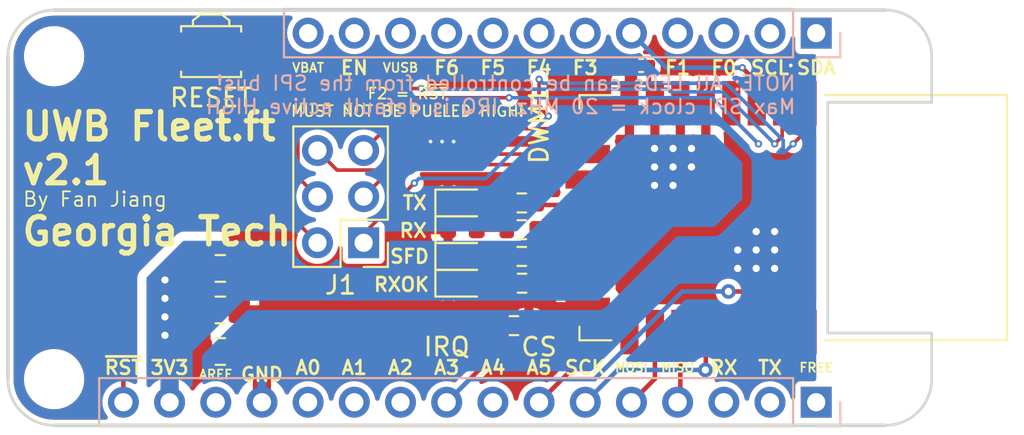
<source format=kicad_pcb>
(kicad_pcb (version 20211014) (generator pcbnew)
  (layers (0 "F.Cu" signal) (31 "B.Cu" signal) (34 "B.Paste" user) (35 "F.Paste" user) (36 "B.SilkS" user "B.Silkscreen") (37 "F.SilkS" user "F.Silkscreen") (38 "B.Mask" user) (39 "F.Mask" user) (44 "Edge.Cuts" user))
  (net 0 "")
  (net 1 "/FREE")
  (net 2 "/TX")
  (net 3 "/RX")
  (net 4 "/MISO")
  (net 5 "/MOSI")
  (net 6 "/SCK")
  (net 7 "/A5")
  (net 8 "/A4")
  (net 9 "/A3")
  (net 10 "/A2")
  (net 11 "/A1")
  (net 12 "/A0")
  (net 13 "GND")
  (net 14 "/AREF")
  (net 15 "+3V3")
  (net 16 "/~{RST}")
  (net 17 "/SDA")
  (net 18 "/SCL")
  (net 19 "/F0")
  (net 20 "/F1")
  (net 21 "/F2")
  (net 22 "/F3")
  (net 23 "/F4")
  (net 24 "/F5")
  (net 25 "/F6")
  (net 26 "/VUSB")
  (net 27 "/EN")
  (net 28 "/VBAT")
  (net 29 "/UWB_EXTON")
  (net 30 "/UWB_WAKEUP")
  (net 31 "/UWB_GPIO7")
  (net 32 "/UWB_GPIO6")
  (net 33 "/UWB_GPIO5")
  (net 34 "/UWB_GPIO4")
  (net 35 "Net-(D1-Pad2)")
  (net 36 "Net-(D2-Pad2)")
  (net 37 "Net-(D3-Pad2)")
  (net 38 "Net-(D4-Pad2)")
  (net 39 "/RXOKLED")
  (net 40 "/SFDLED")
  (net 41 "/RXLED")
  (net 42 "/TXLED")
  (footprint "MountingHole:MountingHole_2.7mm_M2.5" (layer "F.Cu") (at 27.94 27.94)
    (fp_text reference "REF**" hide)
    (fp_text value "MountingHole_2.7mm_M2.5" hide)
    (pad "" np_thru_hole circle locked (at 0 0) (size 2.7 2.7) (drill 2.7) (layers *.Cu *.Mask))
  )
  (footprint "MountingHole:MountingHole_2.7mm_M2.5" (layer "F.Cu") (at 27.94 45.72)
    (fp_text reference "REF**" hide)
    (fp_text value "MountingHole_2.7mm_M2.5" hide)
    (pad "" np_thru_hole circle locked (at 0 0) (size 2.7 2.7) (drill 2.7) (layers *.Cu *.Mask))
  )
  (footprint "MountingHole:MountingHole_2.7mm_M2.5" (layer "F.Cu") (at 73.66 45.72)
    (fp_text reference "REF**" hide)
    (fp_text value "MountingHole_2.7mm_M2.5" hide)
    (pad "" np_thru_hole circle locked (at 0 0) (size 2.7 2.7) (drill 2.7) (layers *.Cu *.Mask))
  )
  (footprint "MountingHole:MountingHole_2.7mm_M2.5" (layer "F.Cu") (at 73.66 27.94)
    (fp_text reference "REF**" hide)
    (fp_text value "MountingHole_2.7mm_M2.5" hide)
    (pad "" np_thru_hole circle locked (at 0 0) (size 2.7 2.7) (drill 2.7) (layers *.Cu *.Mask))
  )
  (footprint "Capacitor_SMD:C_0805_2012Metric_Pad1.18x1.45mm_HandSolder" (layer "F.Cu") (at 37.084 44.196)
    (fp_text reference "C1" hide)
    (fp_text value "C_Small")
    (fp_line (start -0.261252 0.735) (end 0.261252 0.735) (layer "F.SilkS") (width 0.12))
    (fp_line (start -0.261252 -0.735) (end 0.261252 -0.735) (layer "F.SilkS") (width 0.12))
    (pad "1" smd roundrect (at -1.0375 0) (size 1.175 1.45) (layers "F.Cu" "F.Paste" "F.Mask") (roundrect_rratio 0.2127659574) (net 15 "+3V3"))
    (pad "2" smd roundrect (at 1.0375 0) (size 1.175 1.45) (layers "F.Cu" "F.Paste" "F.Mask") (roundrect_rratio 0.2127659574) (net 13 "GND"))
  )
  (footprint "Resistor_SMD:R_0603_1608Metric" (layer "F.Cu") (at 53.658 36.0172 180)
    (fp_text reference "R4" hide)
    (fp_text value "470")
    (fp_line (start -0.237258 0.5225) (end 0.237258 0.5225) (layer "F.SilkS") (width 0.12))
    (fp_line (start -0.237258 -0.5225) (end 0.237258 -0.5225) (layer "F.SilkS") (width 0.12))
    (pad "1" smd roundrect (at -0.825 0 180) (size 0.8 0.95) (layers "F.Cu" "F.Paste" "F.Mask") (net 42 "/TXLED"))
    (pad "2" smd roundrect (at 0.825 0 180) (size 0.8 0.95) (layers "F.Cu" "F.Paste" "F.Mask") (net 38 "Net-(D4-Pad2)"))
  )
  (footprint "Capacitor_SMD:C_0805_2012Metric_Pad1.18x1.45mm_HandSolder" (layer "F.Cu") (at 37.084 41.91)
    (fp_text reference "C3" hide)
    (fp_text value "C_Small")
    (fp_line (start -0.261252 0.735) (end 0.261252 0.735) (layer "F.SilkS") (width 0.12))
    (fp_line (start -0.261252 -0.735) (end 0.261252 -0.735) (layer "F.SilkS") (width 0.12))
    (pad "1" smd roundrect (at -1.0375 0) (size 1.175 1.45) (layers "F.Cu" "F.Paste" "F.Mask") (roundrect_rratio 0.2127659574) (net 15 "+3V3"))
    (pad "2" smd roundrect (at 1.0375 0) (size 1.175 1.45) (layers "F.Cu" "F.Paste" "F.Mask") (roundrect_rratio 0.2127659574) (net 13 "GND"))
  )
  (footprint "Capacitor_SMD:C_0805_2012Metric_Pad1.18x1.45mm_HandSolder" (layer "F.Cu") (at 37.084 39.624)
    (fp_text reference "C2" hide)
    (fp_text value "C_Small")
    (fp_line (start -0.261252 0.735) (end 0.261252 0.735) (layer "F.SilkS") (width 0.12))
    (fp_line (start -0.261252 -0.735) (end 0.261252 -0.735) (layer "F.SilkS") (width 0.12))
    (pad "1" smd roundrect (at -1.0375 0) (size 1.175 1.45) (layers "F.Cu" "F.Paste" "F.Mask") (roundrect_rratio 0.2127659574) (net 15 "+3V3"))
    (pad "2" smd roundrect (at 1.0375 0) (size 1.175 1.45) (layers "F.Cu" "F.Paste" "F.Mask") (roundrect_rratio 0.2127659574) (net 13 "GND"))
  )
  (footprint "Resistor_SMD:R_0603_1608Metric" (layer "F.Cu") (at 53.6702 40.4368 180)
    (fp_text reference "R1" hide)
    (fp_text value "470")
    (fp_line (start -0.237258 -0.5225) (end 0.237258 -0.5225) (layer "F.SilkS") (width 0.12))
    (fp_line (start -0.237258 0.5225) (end 0.237258 0.5225) (layer "F.SilkS") (width 0.12))
    (pad "1" smd roundrect (at -0.825 0 180) (size 0.8 0.95) (layers "F.Cu" "F.Paste" "F.Mask") (net 39 "/RXOKLED"))
    (pad "2" smd roundrect (at 0.825 0 180) (size 0.8 0.95) (layers "F.Cu" "F.Paste" "F.Mask") (net 35 "Net-(D1-Pad2)"))
  )
  (footprint "Resistor_SMD:R_0603_1608Metric" (layer "F.Cu") (at 53.2262 42.7736)
    (fp_text reference "R5" hide)
    (fp_text value "100k")
    (fp_line (start -0.237258 -0.5225) (end 0.237258 -0.5225) (layer "F.SilkS") (width 0.12))
    (fp_line (start -0.237258 0.5225) (end 0.237258 0.5225) (layer "F.SilkS") (width 0.12))
    (pad "1" smd roundrect (at -0.825 0) (size 0.8 0.95) (layers "F.Cu" "F.Paste" "F.Mask") (net 9 "/A3"))
    (pad "2" smd roundrect (at 0.825 0) (size 0.8 0.95) (layers "F.Cu" "F.Paste" "F.Mask") (net 13 "GND"))
  )
  (footprint "LED_SMD:LED_0603_1608Metric" (layer "F.Cu") (at 50.3935 40.4368)
    (fp_text reference "D1" hide)
    (fp_text value "RXOK" (at -1.7525 0.0762) (layer "F.SilkS") (effects (font (size 0.75 0.75)) (justify right)))
    (fp_line (start 0.8 -0.735) (end -1.485 -0.735) (layer "F.SilkS") (width 0.12))
    (fp_line (start -1.485 -0.735) (end -1.485 0.735) (layer "F.SilkS") (width 0.12))
    (fp_line (start -1.485 0.735) (end 0.8 0.735) (layer "F.SilkS") (width 0.12))
    (pad "1" smd roundrect (at -0.7875 0) (size 0.875 0.95) (layers "F.Cu" "F.Paste" "F.Mask") (net 13 "GND"))
    (pad "2" smd roundrect (at 0.7875 0) (size 0.875 0.95) (layers "F.Cu" "F.Paste" "F.Mask") (net 35 "Net-(D1-Pad2)"))
  )
  (footprint "Connector_PinHeader_2.54mm:PinHeader_2x03_P2.54mm_Vertical" (layer "F.Cu") (at 44.963 38.212 180)
    (fp_text reference "J1" (at 1.27 -2.33) (layer "F.SilkS"))
    (fp_text value "Conn_02x03_Counter_Clockwise")
    (fp_line (start -1.33 1.27) (end -1.33 6.41) (layer "F.SilkS") (width 0.12))
    (fp_line (start -1.33 0) (end -1.33 -1.33) (layer "F.SilkS") (width 0.12))
    (fp_line (start -1.33 -1.33) (end 0 -1.33) (layer "F.SilkS") (width 0.12))
    (fp_line (start -1.33 1.27) (end 1.27 1.27) (layer "F.SilkS") (width 0.12))
    (fp_line (start 1.27 -1.33) (end 3.87 -1.33) (layer "F.SilkS") (width 0.12))
    (fp_line (start 3.87 -1.33) (end 3.87 6.41) (layer "F.SilkS") (width 0.12))
    (fp_line (start -1.33 6.41) (end 3.87 6.41) (layer "F.SilkS") (width 0.12))
    (fp_line (start 1.27 1.27) (end 1.27 -1.33) (layer "F.SilkS") (width 0.12))
    (pad "1" thru_hole rect (at 0 0 180) (size 1.7 1.7) (drill 1) (layers *.Cu *.Mask) (net 29 "/UWB_EXTON"))
    (pad "2" thru_hole oval (at 2.54 0 180) (size 1.7 1.7) (drill 1) (layers *.Cu *.Mask) (net 30 "/UWB_WAKEUP"))
    (pad "3" thru_hole oval (at 0 2.54 180) (size 1.7 1.7) (drill 1) (layers *.Cu *.Mask) (net 34 "/UWB_GPIO4"))
    (pad "4" thru_hole oval (at 2.54 2.54 180) (size 1.7 1.7) (drill 1) (layers *.Cu *.Mask) (net 31 "/UWB_GPIO7"))
    (pad "5" thru_hole oval (at 0 5.08 180) (size 1.7 1.7) (drill 1) (layers *.Cu *.Mask) (net 32 "/UWB_GPIO6"))
    (pad "6" thru_hole oval (at 2.54 5.08 180) (size 1.7 1.7) (drill 1) (layers *.Cu *.Mask) (net 33 "/UWB_GPIO5"))
  )
  (footprint "Capacitor_SMD:C_0402_1005Metric" (layer "F.Cu") (at 60.226 28.448 180)
    (fp_text reference "C4" hide)
    (fp_text value "C_Small")
    (fp_line (start -0.107836 0.36) (end 0.107836 0.36) (layer "F.SilkS") (width 0.12))
    (fp_line (start -0.107836 -0.36) (end 0.107836 -0.36) (layer "F.SilkS") (width 0.12))
    (pad "1" smd roundrect (at -0.48 0 180) (size 0.56 0.62) (layers "F.Cu" "F.Paste" "F.Mask") (net 15 "+3V3"))
    (pad "2" smd roundrect (at 0.48 0 180) (size 0.56 0.62) (layers "F.Cu" "F.Paste" "F.Mask") (net 13 "GND"))
  )
  (footprint "Resistor_SMD:R_0603_1608Metric" (layer "F.Cu") (at 53.658 37.4904 180)
    (fp_text reference "R3" hide)
    (fp_text value "750")
    (fp_line (start -0.237258 0.5225) (end 0.237258 0.5225) (layer "F.SilkS") (width 0.12))
    (fp_line (start -0.237258 -0.5225) (end 0.237258 -0.5225) (layer "F.SilkS") (width 0.12))
    (pad "1" smd roundrect (at -0.825 0 180) (size 0.8 0.95) (layers "F.Cu" "F.Paste" "F.Mask") (net 41 "/RXLED"))
    (pad "2" smd roundrect (at 0.825 0 180) (size 0.8 0.95) (layers "F.Cu" "F.Paste" "F.Mask") (net 37 "Net-(D3-Pad2)"))
  )
  (footprint "LED_SMD:LED_0603_1608Metric" (layer "F.Cu") (at 50.3935 38.9636)
    (fp_text reference "D2" hide)
    (fp_text value "SFD" (at -1.7525 0) (layer "F.SilkS") (effects (font (size 0.75 0.75)) (justify right)))
    (fp_line (start -1.485 0.735) (end 0.8 0.735) (layer "F.SilkS") (width 0.12))
    (fp_line (start 0.8 -0.735) (end -1.485 -0.735) (layer "F.SilkS") (width 0.12))
    (fp_line (start -1.485 -0.735) (end -1.485 0.735) (layer "F.SilkS") (width 0.12))
    (pad "1" smd roundrect (at -0.7875 0) (size 0.875 0.95) (layers "F.Cu" "F.Paste" "F.Mask") (net 13 "GND"))
    (pad "2" smd roundrect (at 0.7875 0) (size 0.875 0.95) (layers "F.Cu" "F.Paste" "F.Mask") (net 36 "Net-(D2-Pad2)"))
  )
  (footprint "LED_SMD:LED_0603_1608Metric" (layer "F.Cu") (at 50.3935 36.0172)
    (fp_text reference "D4" hide)
    (fp_text value "TX" (at -1.8795 0) (layer "F.SilkS") (effects (font (size 0.75 0.75)) (justify right)))
    (fp_line (start -1.485 0.735) (end 0.8 0.735) (layer "F.SilkS") (width 0.12))
    (fp_line (start -1.485 -0.735) (end -1.485 0.735) (layer "F.SilkS") (width 0.12))
    (fp_line (start 0.8 -0.735) (end -1.485 -0.735) (layer "F.SilkS") (width 0.12))
    (pad "1" smd roundrect (at -0.7875 0) (size 0.875 0.95) (layers "F.Cu" "F.Paste" "F.Mask") (net 13 "GND"))
    (pad "2" smd roundrect (at 0.7875 0) (size 0.875 0.95) (layers "F.Cu" "F.Paste" "F.Mask") (net 38 "Net-(D4-Pad2)"))
  )
  (footprint "LED_SMD:LED_0603_1608Metric" (layer "F.Cu") (at 50.3935 37.4904)
    (fp_text reference "D3" hide)
    (fp_text value "RX" (at -1.8795 0.0508) (layer "F.SilkS") (effects (font (size 0.75 0.75)) (justify right)))
    (fp_line (start -1.485 -0.735) (end -1.485 0.735) (layer "F.SilkS") (width 0.12))
    (fp_line (start 0.8 -0.735) (end -1.485 -0.735) (layer "F.SilkS") (width 0.12))
    (fp_line (start -1.485 0.735) (end 0.8 0.735) (layer "F.SilkS") (width 0.12))
    (pad "1" smd roundrect (at -0.7875 0) (size 0.875 0.95) (layers "F.Cu" "F.Paste" "F.Mask") (net 13 "GND"))
    (pad "2" smd roundrect (at 0.7875 0) (size 0.875 0.95) (layers "F.Cu" "F.Paste" "F.Mask") (net 37 "Net-(D3-Pad2)"))
  )
  (footprint "Resistor_SMD:R_0603_1608Metric" (layer "F.Cu") (at 53.658 38.9636 180)
    (fp_text reference "R2" hide)
    (fp_text value "470")
    (fp_line (start -0.237258 -0.5225) (end 0.237258 -0.5225) (layer "F.SilkS") (width 0.12))
    (fp_line (start -0.237258 0.5225) (end 0.237258 0.5225) (layer "F.SilkS") (width 0.12))
    (pad "1" smd roundrect (at -0.825 0 180) (size 0.8 0.95) (layers "F.Cu" "F.Paste" "F.Mask") (net 40 "/SFDLED"))
    (pad "2" smd roundrect (at 0.825 0 180) (size 0.8 0.95) (layers "F.Cu" "F.Paste" "F.Mask") (net 36 "Net-(D2-Pad2)"))
  )
  (footprint "RF_Module:DWM1000" (layer "F.Cu") (at 68.58 36.83 -90)
    (fp_text reference "DWM1" (at -5.08 13.97 90) (layer "F.SilkS"))
    (fp_text value "DWM1000")
    (fp_line (start 6 11.75) (end 6.75 11.75) (layer "F.SilkS") (width 0.12))
    (fp_line (start -6.75 -11.75) (end -6.75 -1.75) (layer "F.SilkS") (width 0.12))
    (fp_line (start 6.75 -11.75) (end 6.75 -1.75) (layer "F.SilkS") (width 0.12))
    (fp_line (start -6 11.75) (end -6.75 11.75) (layer "F.SilkS") (width 0.12))
    (fp_line (start -6.75 11.75) (end -6.75 10) (layer "F.SilkS") (width 0.12))
    (fp_line (start 6.75 11.75) (end 6.75 10) (layer "F.SilkS") (width 0.12))
    (fp_line (start -6.75 -11.75) (end 6.75 -11.75) (layer "F.SilkS") (width 0.12))
    (pad "1" smd rect (at -6.3 -0.7988) (size 1 2.45) (layers "F.Cu" "F.Paste" "F.Mask") (net 29 "/UWB_EXTON"))
    (pad "2" smd rect (at -6.3 0.6012) (size 1 2.45) (layers "F.Cu" "F.Paste" "F.Mask") (net 30 "/UWB_WAKEUP"))
    (pad "3" smd rect (at -6.3 2.0012) (size 1 2.45) (layers "F.Cu" "F.Paste" "F.Mask") (net 21 "/F2"))
    (pad "4" smd rect (at -6.3 3.4012) (size 1 2.45) (layers "F.Cu" "F.Paste" "F.Mask") (net 31 "/UWB_GPIO7"))
    (pad "5" smd rect (at -6.3 4.8012) (size 1 2.45) (layers "F.Cu" "F.Paste" "F.Mask") (net 15 "+3V3"))
    (pad "6" smd rect (at -6.3 6.2012) (size 1 2.45) (layers "F.Cu" "F.Paste" "F.Mask") (net 15 "+3V3"))
    (pad "7" smd rect (at -6.3 7.6012) (size 1 2.45) (layers "F.Cu" "F.Paste" "F.Mask") (net 15 "+3V3"))
    (pad "8" smd rect (at -6.3 9.0012) (size 1 2.45) (layers "F.Cu" "F.Paste" "F.Mask") (net 13 "GND"))
    (pad "9" smd rect (at -4.9 11.2962 270) (size 1 2.45) (layers "F.Cu" "F.Paste" "F.Mask") (net 32 "/UWB_GPIO6"))
    (pad "10" smd rect (at -3.5 11.2962 270) (size 1 2.45) (layers "F.Cu" "F.Paste" "F.Mask") (net 33 "/UWB_GPIO5"))
    (pad "11" smd rect (at -2.1 11.2962 270) (size 1 2.45) (layers "F.Cu" "F.Paste" "F.Mask") (net 34 "/UWB_GPIO4"))
    (pad "12" smd rect (at -0.7 11.2962 270) (size 1 2.45) (layers "F.Cu" "F.Paste" "F.Mask") (net 42 "/TXLED"))
    (pad "13" smd rect (at 0.7 11.2962 270) (size 1 2.45) (layers "F.Cu" "F.Paste" "F.Mask") (net 41 "/RXLED"))
    (pad "14" smd rect (at 2.1 11.2962 270) (size 1 2.45) (layers "F.Cu" "F.Paste" "F.Mask") (net 40 "/SFDLED"))
    (pad "15" smd rect (at 3.5 11.2962 270) (size 1 2.45) (layers "F.Cu" "F.Paste" "F.Mask") (net 39 "/RXOKLED"))
    (pad "16" smd rect (at 4.9 11.2962 270) (size 1 2.45) (layers "F.Cu" "F.Paste" "F.Mask") (net 13 "GND"))
    (pad "17" smd rect (at 6.3 9) (size 1 2.45) (layers "F.Cu" "F.Paste" "F.Mask") (net 7 "/A5"))
    (pad "18" smd rect (at 6.3 7.6) (size 1 2.45) (layers "F.Cu" "F.Paste" "F.Mask") (net 5 "/MOSI"))
    (pad "19" smd rect (at 6.3 6.2012) (size 1 2.45) (layers "F.Cu" "F.Paste" "F.Mask") (net 4 "/MISO"))
    (pad "20" smd rect (at 6.3 4.8012) (size 1 2.45) (layers "F.Cu" "F.Paste" "F.Mask") (net 6 "/SCK"))
    (pad "21" smd rect (at 6.3 3.4012) (size 1 2.45) (layers "F.Cu" "F.Paste" "F.Mask") (net 13 "GND"))
    (pad "22" smd rect (at 6.3 2.0012) (size 1 2.45) (layers "F.Cu" "F.Paste" "F.Mask") (net 9 "/A3"))
    (pad "23" smd rect (at 6.3 0.6012) (size 1 2.45) (layers "F.Cu" "F.Paste" "F.Mask") (net 13 "GND"))
    (pad "24" smd rect (at 6.3 -0.7988) (size 1 2.45) (layers "F.Cu" "F.Paste" "F.Mask") (net 13 "GND"))
    (zone (net 0) (net_name "") (layers *.Cu) (connect_pads (clearance 0)) (min_thickness 0.254)
      (keepout (tracks not_allowed) (vias not_allowed) (pads not_allowed) (copperpour not_allowed) (footprints not_allowed))
      (fill (thermal_gap 0.508) (thermal_bridge_width 0.508))
      (polygon (pts (xy 69.9 27.94) (xy 69.9 45.72) (xy 81.28 45.72) (xy 81.28 27.94)))
    )
  )
  (footprint "Button_Switch_SMD:SW_SPST_B3U-3000P" (layer "F.Cu") (at 36.576 27.686)
    (fp_text reference "SW1" hide)
    (fp_text value "RESET" (at 0 2.54) (layer "F.SilkS"))
    (fp_line (start -1 -1.72) (end -1 -1.4) (layer "F.SilkS") (width 0.12))
    (fp_line (start -1.65 -1.1) (end -1.65 -1.4) (layer "F.SilkS") (width 0.12))
    (fp_line (start -1.65 -1.4) (end 1.65 -1.4) (layer "F.SilkS") (width 0.12))
    (fp_line (start -1.65 1.1) (end -1.65 1.4) (layer "F.SilkS") (width 0.12))
    (fp_line (start 1.65 1.4) (end 1.65 1.1) (layer "F.SilkS") (width 0.12))
    (fp_line (start -1.65 1.4) (end 1.65 1.4) (layer "F.SilkS") (width 0.12))
    (fp_line (start 1 -1.72) (end 1 -1.4) (layer "F.SilkS") (width 0.12))
    (fp_line (start 0.5 -2.1) (end 1 -1.72) (layer "F.SilkS") (width 0.12))
    (fp_line (start -0.5 -2.1) (end -1 -1.72) (layer "F.SilkS") (width 0.12))
    (fp_line (start -0.5 -2.1) (end 0.5 -2.1) (layer "F.SilkS") (width 0.12))
    (fp_line (start 1.65 -1.4) (end 1.65 -1.1) (layer "F.SilkS") (width 0.12))
    (pad "1" smd rect (at -1.7 0) (size 0.9 1.7) (layers "F.Cu" "F.Paste" "F.Mask") (net 16 "/~{RST}"))
    (pad "2" smd rect (at 1.7 0) (size 0.9 1.7) (layers "F.Cu" "F.Paste" "F.Mask") (net 13 "GND"))
  )
  (footprint "Connector_PinHeader_2.54mm:PinHeader_1x16_P2.54mm_Vertical" (layer "B.Cu") (at 69.85 46.99 90)
    (fp_text reference "J1" hide)
    (fp_text value "feather long" hide)
    (fp_line (start 1.33 -1.27) (end 1.33 -39.43) (layer "B.SilkS") (width 0.12))
    (fp_line (start -1.33 -39.43) (end 1.33 -39.43) (layer "B.SilkS") (width 0.12))
    (fp_line (start -1.33 -1.27) (end -1.33 -39.43) (layer "B.SilkS") (width 0.12))
    (fp_line (start -1.33 1.33) (end 0 1.33) (layer "B.SilkS") (width 0.12))
    (fp_line (start -1.33 0) (end -1.33 1.33) (layer "B.SilkS") (width 0.12))
    (fp_line (start -1.33 -1.27) (end 1.33 -1.27) (layer "B.SilkS") (width 0.12))
    (pad "1" thru_hole rect locked (at 0 0 90) (size 1.7 1.7) (drill 1) (layers *.Cu *.Mask) (net 1 "/FREE"))
    (pad "2" thru_hole oval locked (at 0 -2.54 90) (size 1.7 1.7) (drill 1) (layers *.Cu *.Mask) (net 2 "/TX"))
    (pad "3" thru_hole oval locked (at 0 -5.08 90) (size 1.7 1.7) (drill 1) (layers *.Cu *.Mask) (net 3 "/RX"))
    (pad "4" thru_hole oval locked (at 0 -7.62 90) (size 1.7 1.7) (drill 1) (layers *.Cu *.Mask) (net 4 "/MISO"))
    (pad "5" thru_hole oval locked (at 0 -10.16 90) (size 1.7 1.7) (drill 1) (layers *.Cu *.Mask) (net 5 "/MOSI"))
    (pad "6" thru_hole oval locked (at 0 -12.7 90) (size 1.7 1.7) (drill 1) (layers *.Cu *.Mask) (net 6 "/SCK"))
    (pad "7" thru_hole oval locked (at 0 -15.24 90) (size 1.7 1.7) (drill 1) (layers *.Cu *.Mask) (net 7 "/A5"))
    (pad "8" thru_hole oval locked (at 0 -17.78 90) (size 1.7 1.7) (drill 1) (layers *.Cu *.Mask) (net 8 "/A4"))
    (pad "9" thru_hole oval locked (at 0 -20.32 90) (size 1.7 1.7) (drill 1) (layers *.Cu *.Mask) (net 9 "/A3"))
    (pad "10" thru_hole oval locked (at 0 -22.86 90) (size 1.7 1.7) (drill 1) (layers *.Cu *.Mask) (net 10 "/A2"))
    (pad "11" thru_hole oval locked (at 0 -25.4 90) (size 1.7 1.7) (drill 1) (layers *.Cu *.Mask) (net 11 "/A1"))
    (pad "12" thru_hole oval locked (at 0 -27.94 90) (size 1.7 1.7) (drill 1) (layers *.Cu *.Mask) (net 12 "/A0"))
    (pad "13" thru_hole oval locked (at 0 -30.48 90) (size 1.7 1.7) (drill 1) (layers *.Cu *.Mask) (net 13 "GND"))
    (pad "14" thru_hole oval locked (at 0 -33.02 90) (size 1.7 1.7) (drill 1) (layers *.Cu *.Mask) (net 14 "/AREF"))
    (pad "15" thru_hole oval locked (at 0 -35.56 90) (size 1.7 1.7) (drill 1) (layers *.Cu *.Mask) (net 15 "+3V3"))
    (pad "16" thru_hole oval locked (at 0 -38.1 90) (size 1.7 1.7) (drill 1) (layers *.Cu *.Mask) (net 16 "/~{RST}"))
  )
  (footprint "Connector_PinHeader_2.54mm:PinHeader_1x12_P2.54mm_Vertical" (layer "B.Cu") (at 69.85 26.67 90)
    (fp_text reference "J2" hide)
    (fp_text value "feather short" hide)
    (fp_line (start 1.33 -1.27) (end 1.33 -29.27) (layer "B.SilkS") (width 0.12))
    (fp_line (start -1.33 -1.27) (end 1.33 -1.27) (layer "B.SilkS") (width 0.12))
    (fp_line (start -1.33 1.33) (end 0 1.33) (layer "B.SilkS") (width 0.12))
    (fp_line (start -1.33 0) (end -1.33 1.33) (layer "B.SilkS") (width 0.12))
    (fp_line (start -1.33 -29.27) (end 1.33 -29.27) (layer "B.SilkS") (width 0.12))
    (fp_line (start -1.33 -1.27) (end -1.33 -29.27) (layer "B.SilkS") (width 0.12))
    (pad "1" thru_hole rect locked (at 0 0 90) (size 1.7 1.7) (drill 1) (layers *.Cu *.Mask) (net 17 "/SDA"))
    (pad "2" thru_hole oval locked (at 0 -2.54 90) (size 1.7 1.7) (drill 1) (layers *.Cu *.Mask) (net 18 "/SCL"))
    (pad "3" thru_hole oval locked (at 0 -5.08 90) (size 1.7 1.7) (drill 1) (layers *.Cu *.Mask) (net 19 "/F0"))
    (pad "4" thru_hole oval locked (at 0 -7.62 90) (size 1.7 1.7) (drill 1) (layers *.Cu *.Mask) (net 20 "/F1"))
    (pad "5" thru_hole oval locked (at 0 -10.16 90) (size 1.7 1.7) (drill 1) (layers *.Cu *.Mask) (net 21 "/F2"))
    (pad "6" thru_hole oval locked (at 0 -12.7 90) (size 1.7 1.7) (drill 1) (layers *.Cu *.Mask) (net 22 "/F3"))
    (pad "7" thru_hole oval locked (at 0 -15.24 90) (size 1.7 1.7) (drill 1) (layers *.Cu *.Mask) (net 23 "/F4"))
    (pad "8" thru_hole oval locked (at 0 -17.78 90) (size 1.7 1.7) (drill 1) (layers *.Cu *.Mask) (net 24 "/F5"))
    (pad "9" thru_hole oval locked (at 0 -20.32 90) (size 1.7 1.7) (drill 1) (layers *.Cu *.Mask) (net 25 "/F6"))
    (pad "10" thru_hole oval locked (at 0 -22.86 90) (size 1.7 1.7) (drill 1) (layers *.Cu *.Mask) (net 26 "/VUSB"))
    (pad "11" thru_hole oval locked (at 0 -25.4 90) (size 1.7 1.7) (drill 1) (layers *.Cu *.Mask) (net 27 "/EN"))
    (pad "12" thru_hole oval locked (at 0 -27.94 90) (size 1.7 1.7) (drill 1) (layers *.Cu *.Mask) (net 28 "/VBAT"))
  )
  (gr_arc (start 25.4 27.94) (mid 26.143949 26.143949) (end 27.94 25.4) (layer "Edge.Cuts") (width 0.15))
  (gr_line (start 27.94 25.4) (end 73.66 25.4) (layer "Edge.Cuts") (width 0.2))
  (gr_line (start 76.2 43.18) (end 70.485 43.18) (layer "Edge.Cuts") (width 0.15))
  (gr_line (start 70.485 43.18) (end 70.485 30.48) (layer "Edge.Cuts") (width 0.15))
  (gr_line (start 25.4 45.72) (end 25.4 27.94) (layer "Edge.Cuts") (width 0.2))
  (gr_line (start 70.485 30.48) (end 76.2 30.48) (layer "Edge.Cuts") (width 0.15))
  (gr_line (start 76.2 30.48) (end 76.2 27.94) (layer "Edge.Cuts") (width 0.15))
  (gr_line (start 73.66 48.26) (end 27.94 48.26) (layer "Edge.Cuts") (width 0.2))
  (gr_line (start 76.2 43.18) (end 76.2 45.72) (layer "Edge.Cuts") (width 0.15))
  (gr_arc (start 27.94 48.26) (mid 26.143949 47.516051) (end 25.4 45.72) (layer "Edge.Cuts") (width 0.15))
  (gr_arc (start 73.66 25.4) (mid 75.456051 26.143949) (end 76.2 27.94) (layer "Edge.Cuts") (width 0.15))
  (gr_arc (start 76.2 45.72) (mid 75.456051 47.516051) (end 73.66 48.26) (layer "Edge.Cuts") (width 0.15))
  (gr_text "NOTE: All LEDs can be controlled from the SPI bus!\nMax SPI clock = 20 MHz, IRQ is default active HIGH" (at 68.7832 30.0736) (layer "B.SilkS") (effects (font (size 0.8 0.8) (thickness 0.12)) (justify left mirror)))
  (gr_text "3V3" (at 34.29 45.085) (layer "F.SilkS") (effects (font (size 0.75 0.75))))
  (gr_text "AREF" (at 36.822748 45.466) (layer "F.SilkS") (effects (font (size 0.5 0.5) (thickness 0.1))))
  (gr_text "GND" (at 39.37 45.466) (layer "F.SilkS") (effects (font (size 0.75 0.75))))
  (gr_text "A0" (at 41.91 45.085) (layer "F.SilkS") (effects (font (size 0.75 0.75))))
  (gr_text "A1" (at 44.45 45.085) (layer "F.SilkS") (effects (font (size 0.75 0.75))))
  (gr_text "A2" (at 46.99 45.085) (layer "F.SilkS") (effects (font (size 0.75 0.75))))
  (gr_text "A3" (at 49.53 45.085) (layer "F.SilkS") (effects (font (size 0.75 0.75))))
  (gr_text "A4" (at 52.07 45.085) (layer "F.SilkS") (effects (font (size 0.75 0.75))))
  (gr_text "A5" (at 54.61 45.085) (layer "F.SilkS") (effects (font (size 0.75 0.75))))
  (gr_text "SCK" (at 57.15 45.085) (layer "F.SilkS") (effects (font (size 0.75 0.75))))
  (gr_text "MOSI" (at 59.69 45.085) (layer "F.SilkS") (effects (font (size 0.5 0.5) (thickness 0.1))))
  (gr_text "MISO" (at 62.23 45.085) (layer "F.SilkS") (effects (font (size 0.5 0.5) (thickness 0.1))))
  (gr_text "RX" (at 64.77 45.085) (layer "F.SilkS") (effects (font (size 0.75 0.75))))
  (gr_text "TX" (at 67.31 45.085) (layer "F.SilkS") (effects (font (size 0.75 0.75))))
  (gr_text "FREE" (at 69.85 45.085) (layer "F.SilkS") (effects (font (size 0.5 0.5) (thickness 0.1))))
  (gr_text "SDA" (at 69.85 28.575) (layer "F.SilkS") (effects (font (size 0.75 0.75))))
  (gr_text "SCL" (at 67.31 28.575) (layer "F.SilkS") (effects (font (size 0.75 0.75))))
  (gr_text "F0" (at 64.77 28.575) (layer "F.SilkS") (effects (font (size 0.75 0.75))))
  (gr_text "F1" (at 62.23 28.575) (layer "F.SilkS") (effects (font (size 0.75 0.75))))
  (gr_text "F3" (at 57.15 28.575) (layer "F.SilkS") (effects (font (size 0.75 0.75))))
  (gr_text "F4" (at 54.61 28.575) (layer "F.SilkS") (effects (font (size 0.75 0.75))))
  (gr_text "F5" (at 52.07 28.575) (layer "F.SilkS") (effects (font (size 0.75 0.75))))
  (gr_text "F6" (at 49.53 28.575) (layer "F.SilkS") (effects (font (size 0.75 0.75))))
  (gr_text "EN" (at 44.45 28.575) (layer "F.SilkS") (effects (font (size 0.75 0.75))))
  (gr_text "VBAT" (at 41.91 28.575) (layer "F.SilkS") (effects (font (size 0.5 0.5) (thickness 0.1))))
  (gr_text "VUSB" (at 46.99 28.575) (layer "F.SilkS") (effects (font (size 0.5 0.5) (thickness 0.1))))
  (gr_text "Georgia Tech" (at 26.035 37.592) (layer "F.SilkS") (effects (font (size 1.5 1.5) (thickness 0.3)) (justify left)))
  (gr_text "CS" (at 54.61 43.942) (layer "F.SilkS") (effects (font (size 1 1))))
  (gr_text "By Fan Jiang" (at 26.162 35.814) (layer "F.SilkS") (effects (font (size 0.8 0.8) (thickness 0.1)) (justify left)))
  (gr_text "UWB Fleet.ft\nv2.1" (at 26.035 33.02) (layer "F.SilkS") (effects (font (size 1.5 1.5) (thickness 0.3)) (justify left)))
  (gr_text "IRQ" (at 49.53 43.942) (layer "F.SilkS") (effects (font (size 1 1))))
  (gr_text "~{RST}" (at 31.75 45.085) (layer "F.SilkS") (effects (font (size 0.75 0.75))))
  (gr_text "F2 = ~{RST}\nMUST NOT BE PULLED HIGH!" (at 47.371 30.48) (layer "F.SilkS") (effects (font (size 0.6 0.6) (thickness 0.1))))
  (segment (start 62.3788 46.8412) (end 62.23 46.99) (width 0.25) (layer "F.Cu") (net 4))
  (segment (start 62.3788 43.13) (end 62.3788 46.8412) (width 0.25) (layer "F.Cu") (net 4))
  (segment (start 60.98 43.13) (end 60.98 45.7) (width 0.25) (layer "F.Cu") (net 5))
  (segment (start 60.98 45.7) (end 59.69 46.99) (width 0.25) (layer "F.Cu") (net 5))
  (segment (start 63.7788 45.1872) (end 63.754 45.212) (width 0.25) (layer "F.Cu") (net 6))
  (segment (start 63.7788 43.13) (end 63.7788 45.1872) (width 0.25) (layer "F.Cu") (net 6))
  (via (at 63.754 45.212) (size 0.8) (drill 0.4) (layers "F.Cu" "B.Cu") (net 6))
  (segment (start 58.928 45.212) (end 57.15 46.99) (width 0.25) (layer "B.Cu") (net 6))
  (segment (start 63.754 45.212) (end 58.928 45.212) (width 0.25) (layer "B.Cu") (net 6))
  (segment (start 59.58 43.13) (end 58.47 43.13) (width 0.25) (layer "F.Cu") (net 7))
  (segment (start 58.47 43.13) (end 54.61 46.99) (width 0.25) (layer "F.Cu") (net 7))
  (segment (start 66.5788 41.655) (end 66.5788 43.13) (width 0.25) (layer "F.Cu") (net 9))
  (segment (start 49.53 46.99) (end 52.4012 44.1188) (width 0.25) (layer "F.Cu") (net 9))
  (segment (start 52.4012 44.1188) (end 52.4012 42.7736) (width 0.25) (layer "F.Cu") (net 9))
  (segment (start 65.8178 40.894) (end 66.5788 41.655) (width 0.25) (layer "F.Cu") (net 9))
  (segment (start 65.024 40.894) (end 65.8178 40.894) (width 0.25) (layer "F.Cu") (net 9))
  (via (at 65.024 40.894) (size 0.8) (drill 0.4) (layers "F.Cu" "B.Cu") (net 9))
  (segment (start 62.484 40.894) (end 57.658 45.72) (width 0.25) (layer "B.Cu") (net 9))
  (segment (start 65.024 40.894) (end 62.484 40.894) (width 0.25) (layer "B.Cu") (net 9))
  (segment (start 50.8 45.72) (end 49.53 46.99) (width 0.25) (layer "B.Cu") (net 9))
  (segment (start 57.658 45.72) (end 50.8 45.72) (width 0.25) (layer "B.Cu") (net 9))
  (via (at 49.911 32.639) (size 0.4) (drill 0.2) (layers "F.Cu" "B.Cu") (net 13))
  (via (at 49.276 32.639) (size 0.4) (drill 0.2) (layers "F.Cu" "B.Cu") (net 13))
  (via (at 65.532 39.624) (size 0.8) (drill 0.4) (layers "F.Cu" "B.Cu") (net 13))
  (via (at 66.548 37.592) (size 0.8) (drill 0.4) (layers "F.Cu" "B.Cu") (net 13))
  (via (at 67.564 37.592) (size 0.8) (drill 0.4) (layers "F.Cu" "B.Cu") (net 13))
  (via (at 48.641 32.639) (size 0.4) (drill 0.2) (layers "F.Cu" "B.Cu") (net 13))
  (via (at 68.453 28.448) (size 0.4) (drill 0.2) (layers "F.Cu" "B.Cu") (net 13))
  (via (at 67.564 39.624) (size 0.8) (drill 0.4) (layers "F.Cu" "B.Cu") (net 13))
  (via (at 65.532 38.608) (size 0.8) (drill 0.4) (layers "F.Cu" "B.Cu") (net 13))
  (via (at 66.548 38.608) (size 0.8) (drill 0.4) (layers "F.Cu" "B.Cu") (net 13))
  (via (at 67.564 38.608) (size 0.8) (drill 0.4) (layers "F.Cu" "B.Cu") (net 13))
  (via (at 66.548 39.624) (size 0.8) (drill 0.4) (layers "F.Cu" "B.Cu") (net 13))
  (segment (start 60.65 28.448) (end 60.65 30.2012) (width 0.25) (layer "F.Cu") (net 15))
  (segment (start 60.65 30.2012) (end 60.9788 30.53) (width 0.25) (layer "F.Cu") (net 15))
  (via (at 62.992 34.036) (size 0.8) (drill 0.4) (layers "F.Cu" "B.Cu") (net 15))
  (via (at 62.992 33.02) (size 0.8) (drill 0.4) (layers "F.Cu" "B.Cu") (net 15))
  (via (at 61.976 34.036) (size 0.8) (drill 0.4) (layers "F.Cu" "B.Cu") (net 15))
  (via (at 60.96 35.052) (size 0.8) (drill 0.4) (layers "F.Cu" "B.Cu") (net 15))
  (via (at 34.036 40.259) (size 0.8) (drill 0.4) (layers "F.Cu" "B.Cu") (net 15))
  (via (at 34.036 41.275) (size 0.8) (drill 0.4) (layers "F.Cu" "B.Cu") (net 15))
  (via (at 60.96 33.02) (size 0.8) (drill 0.4) (layers "F.Cu" "B.Cu") (net 15))
  (via (at 60.96 34.036) (size 0.8) (drill 0.4) (layers "F.Cu" "B.Cu") (net 15))
  (via (at 34.036 42.291) (size 0.8) (drill 0.4) (layers "F.Cu" "B.Cu") (net 15))
  (via (at 61.976 35.052) (size 0.8) (drill 0.4) (layers "F.Cu" "B.Cu") (net 15))
  (via (at 34.036 43.307) (size 0.8) (drill 0.4) (layers "F.Cu" "B.Cu") (net 15))
  (via (at 61.976 33.02) (size 0.8) (drill 0.4) (layers "F.Cu" "B.Cu") (net 15))
  (segment (start 31.75 30.812) (end 34.876 27.686) (width 0.25) (layer "F.Cu") (net 16))
  (segment (start 31.75 46.99) (end 31.75 30.812) (width 0.25) (layer "F.Cu") (net 16))
  (segment (start 65.786 28.575) (end 66.5788 29.3678) (width 0.25) (layer "F.Cu") (net 21))
  (segment (start 66.5788 29.3678) (end 66.5788 30.53) (width 0.25) (layer "F.Cu") (net 21))
  (via (at 65.786 28.575) (size 0.4) (drill 0.2) (layers "F.Cu" "B.Cu") (net 21))
  (segment (start 65.786 28.575) (end 61.595 28.575) (width 0.25) (layer "B.Cu") (net 21))
  (segment (start 61.595 28.575) (end 59.69 26.67) (width 0.25) (layer "B.Cu") (net 21))
  (segment (start 54.61 29.21) (end 54.61 30.734) (width 0.2) (layer "F.Cu") (net 29))
  (segment (start 54.61 30.734) (end 55.118 31.242) (width 0.2) (layer "F.Cu") (net 29))
  (segment (start 69.3788 31.9672) (end 68.58 32.766) (width 0.2) (layer "F.Cu") (net 29))
  (segment (start 69.3788 30.53) (end 69.3788 31.9672) (width 0.2) (layer "F.Cu") (net 29))
  (segment (start 47.752 34.925) (end 44.963 37.714) (width 0.2) (layer "F.Cu") (net 29))
  (segment (start 44.963 37.714) (end 44.963 38.212) (width 0.2) (layer "F.Cu") (net 29))
  (via (at 55.118 31.242) (size 0.4) (drill 0.2) (layers "F.Cu" "B.Cu") (net 29))
  (via (at 47.752 34.925) (size 0.4) (drill 0.2) (layers "F.Cu" "B.Cu") (net 29))
  (via (at 54.61 29.21) (size 0.4) (drill 0.2) (layers "F.Cu" "B.Cu") (net 29))
  (via (at 68.58 32.766) (size 0.4) (drill 0.2) (layers "F.Cu" "B.Cu") (net 29))
  (segment (start 55.118 31.242) (end 51.689 34.671) (width 0.2) (layer "B.Cu") (net 29))
  (segment (start 48.006 34.671) (end 47.752 34.925) (width 0.2) (layer "B.Cu") (net 29))
  (segment (start 56.769 29.429) (end 54.829 29.429) (width 0.2) (layer "B.Cu") (net 29))
  (segment (start 64.891681 29.429) (end 56.769 29.429) (width 0.2) (layer "B.Cu") (net 29))
  (segment (start 68.58 32.766) (end 68.11 33.236) (width 0.2) (layer "B.Cu") (net 29))
  (segment (start 51.689 34.671) (end 48.133 34.671) (width 0.2) (layer "B.Cu") (net 29))
  (segment (start 67.758681 33.236) (end 68.034 32.960681) (width 0.2) (layer "B.Cu") (net 29))
  (segment (start 68.11 33.236) (end 67.758681 33.236) (width 0.2) (layer "B.Cu") (net 29))
  (segment (start 48.133 34.671) (end 48.006 34.671) (width 0.2) (layer "B.Cu") (net 29))
  (segment (start 68.034 32.571319) (end 64.891681 29.429) (width 0.2) (layer "B.Cu") (net 29))
  (segment (start 68.034 32.960681) (end 68.034 32.571319) (width 0.2) (layer "B.Cu") (net 29))
  (segment (start 54.829 29.429) (end 54.61 29.21) (width 0.2) (layer "B.Cu") (net 29))
  (segment (start 41.019 36.808) (end 42.423 38.212) (width 0.2) (layer "F.Cu") (net 30))
  (segment (start 48.133 29.718) (end 42.844552 29.718) (width 0.2) (layer "F.Cu") (net 30))
  (segment (start 67.9788 30.53) (end 67.9788 32.3512) (width 0.2) (layer "F.Cu") (net 30))
  (segment (start 41.019 31.543552) (end 41.019 36.808) (width 0.2) (layer "F.Cu") (net 30))
  (segment (start 67.9788 32.3512) (end 67.564 32.766) (width 0.2) (layer "F.Cu") (net 30))
  (segment (start 42.844552 29.718) (end 41.019 31.543552) (width 0.2) (layer "F.Cu") (net 30))
  (via (at 67.564 32.766) (size 0.4) (drill 0.2) (layers "F.Cu" "B.Cu") (net 30))
  (via (at 48.133 29.718) (size 0.4) (drill 0.2) (layers "F.Cu" "B.Cu") (net 30))
  (segment (start 64.697 29.899) (end 61.849 29.899) (width 0.2) (layer "B.Cu") (net 30))
  (segment (start 67.564 32.766) (end 64.697 29.899) (width 0.2) (layer "B.Cu") (net 30))
  (segment (start 48.171 29.756) (end 48.133 29.718) (width 0.2) (layer "B.Cu") (net 30))
  (segment (start 61.706 29.756) (end 48.171 29.756) (width 0.2) (layer "B.Cu") (net 30))
  (segment (start 61.849 29.899) (end 61.706 29.756) (width 0.2) (layer "B.Cu") (net 30))
  (segment (start 65.1788 30.53) (end 65.1788 31.2698) (width 0.2) (layer "F.Cu") (net 31))
  (segment (start 41.346 31.679) (end 41.346 34.595) (width 0.2) (layer "F.Cu") (net 31))
  (segment (start 52.959 30.226) (end 42.799 30.226) (width 0.2) (layer "F.Cu") (net 31))
  (segment (start 42.799 30.226) (end 41.346 31.679) (width 0.2) (layer "F.Cu") (net 31))
  (segment (start 65.1788 31.2698) (end 66.675 32.766) (width 0.2) (layer "F.Cu") (net 31))
  (segment (start 41.346 34.595) (end 42.423 35.672) (width 0.2) (layer "F.Cu") (net 31))
  (via (at 52.959 30.226) (size 0.4) (drill 0.2) (layers "F.Cu" "B.Cu") (net 31))
  (via (at 66.675 32.766) (size 0.4) (drill 0.2) (layers "F.Cu" "B.Cu") (net 31))
  (segment (start 64.135 30.226) (end 52.959 30.226) (width 0.2) (layer "B.Cu") (net 31))
  (segment (start 66.675 32.766) (end 64.135 30.226) (width 0.2) (layer "B.Cu") (net 31))
  (segment (start 57.2838 31.93) (end 46.165 31.93) (width 0.2) (layer "F.Cu") (net 32))
  (segment (start 46.165 31.93) (end 44.963 33.132) (width 0.2) (layer "F.Cu") (net 32))
  (segment (start 43.5 34.209) (end 42.423 33.132) (width 0.2) (layer "F.Cu") (net 33))
  (segment (start 46.182 34.209) (end 43.5 34.209) (width 0.2) (layer "F.Cu") (net 33))
  (segment (start 57.2838 33.33) (end 47.061 33.33) (width 0.2) (layer "F.Cu") (net 33))
  (segment (start 47.061 33.33) (end 46.182 34.209) (width 0.2) (layer "F.Cu") (net 33))
  (segment (start 47.498 33.909) (end 46.863 34.544) (width 0.2) (layer "F.Cu") (net 34))
  (segment (start 54.737 33.909) (end 47.498 33.909) (width 0.2) (layer "F.Cu") (net 34))
  (segment (start 55.558 34.73) (end 54.737 33.909) (width 0.2) (layer "F.Cu") (net 34))
  (segment (start 57.2838 34.73) (end 55.558 34.73) (width 0.2) (layer "F.Cu") (net 34))
  (segment (start 46.863 34.544) (end 46.091 34.544) (width 0.2) (layer "F.Cu") (net 34))
  (segment (start 46.091 34.544) (end 44.963 35.672) (width 0.2) (layer "F.Cu") (net 34))
  (segment (start 51.181 40.4368) (end 52.8452 40.4368) (width 0.25) (layer "F.Cu") (net 35))
  (segment (start 51.181 38.9636) (end 52.833 38.9636) (width 0.25) (layer "F.Cu") (net 36))
  (segment (start 51.181 37.4904) (end 52.833 37.4904) (width 0.25) (layer "F.Cu") (net 37))
  (segment (start 51.181 36.0172) (end 52.833 36.0172) (width 0.25) (layer "F.Cu") (net 38))
  (segment (start 54.602 40.33) (end 54.4952 40.4368) (width 0.25) (layer "F.Cu") (net 39))
  (segment (start 57.2838 40.33) (end 54.602 40.33) (width 0.25) (layer "F.Cu") (net 39))
  (segment (start 57.2838 38.93) (end 54.5166 38.93) (width 0.25) (layer "F.Cu") (net 40))
  (segment (start 54.5166 38.93) (end 54.483 38.9636) (width 0.25) (layer "F.Cu") (net 40))
  (segment (start 57.2838 37.53) (end 54.5226 37.53) (width 0.25) (layer "F.Cu") (net 41))
  (segment (start 54.5226 37.53) (end 54.483 37.4904) (width 0.25) (layer "F.Cu") (net 41))
  (segment (start 57.2838 36.13) (end 54.5958 36.13) (width 0.25) (layer "F.Cu") (net 42))
  (segment (start 54.5958 36.13) (end 54.483 36.0172) (width 0.25) (layer "F.Cu") (net 42))
  (zone (net 13) (net_name "GND") (layers F&B.Cu) (connect_pads (clearance 0.308)) (min_thickness 0.254) (fill yes (thermal_gap 0.508) (thermal_bridge_width 0.508))
    (polygon (pts (xy 69.85 48.26) (xy 25.4 48.26) (xy 25.4 25.4) (xy 69.85 25.4)))
  )
  (zone (net 15) (net_name "+3V3") (layer "F.Cu") (priority 1) (connect_pads (clearance 0.508)) (min_thickness 0.254) (fill yes (thermal_gap 0.508) (thermal_bridge_width 1))
    (polygon (pts (xy 37.084 44.958) (xy 35.56 46.482) (xy 35.56 47.752) (xy 33.02 47.752) (xy 33.02 40.132) (xy 35.052 38.1) (xy 37.084 38.1)))
  )
  (zone (net 15) (net_name "+3V3") (layer "F.Cu") (priority 1) (connect_pads (clearance 0.508)) (min_thickness 0.254) (fill yes (thermal_gap 0.508) (thermal_bridge_width 0.508))
    (polygon (pts (xy 64.262 33.782) (xy 62.23 35.56) (xy 60.325 35.56) (xy 60.325 29.21) (xy 64.262 29.21)))
  )
  (zone (net 13) (net_name "GND") (layer "F.Cu") (priority 2) (connect_pads (clearance 0.308)) (min_thickness 0.254) (fill yes (thermal_gap 0.508) (thermal_bridge_width 1))
    (polygon (pts (xy 41.402 48.0568) (xy 38.0492 48.0568) (xy 38.0492 45.9232) (xy 39.7256 44.6024) (xy 41.402 44.6024)))
  )
  (zone (net 15) (net_name "+3V3") (layer "B.Cu") (priority 1) (connect_pads (clearance 0.508)) (min_thickness 0.254) (fill yes (thermal_gap 0.508) (thermal_bridge_width 1))
    (polygon (pts (xy 65.786 33.782) (xy 65.786 35.814) (xy 64.262 37.338) (xy 61.976 37.338) (xy 57.912 41.402) (xy 38.354 41.402) (xy 35.56 44.196) (xy 35.56 47.752) (xy 33.02 47.752) (xy 33.02 40.132) (xy 35.052 38.1) (xy 53.594 38.1) (xy 59.436 32.258) (xy 64.262 32.258)))
  )
)
</source>
